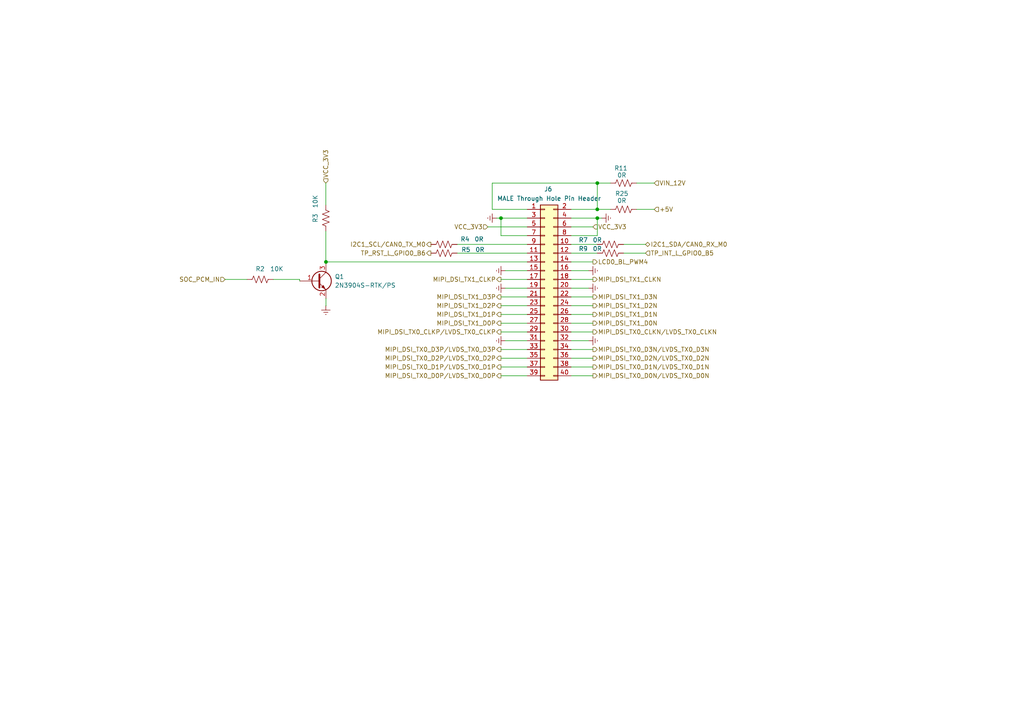
<source format=kicad_sch>
(kicad_sch (version 20231120) (generator "eeschema") (generator_version "7.99")
  (paper "A4")
  (lib_symbols
    (symbol "Connector_Generic:Conn_02x20_Odd_Even" (pin_names (offset 1.016) hide)
      (property "Reference" "J" (at 1.27 25.4 0))
      (property "Value" "Conn_02x20_Odd_Even" (at 1.27 -27.94 0))
      (symbol "Conn_02x20_Odd_Even_1_1"
        (rectangle (start -1.27 -25.273) (end 0 -25.527) (stroke (width 0.1524)))
        (rectangle (start -1.27 -22.733) (end 0 -22.987) (stroke (width 0.1524)))
        (rectangle (start -1.27 -20.193) (end 0 -20.447) (stroke (width 0.1524)))
        (rectangle (start -1.27 -17.653) (end 0 -17.907) (stroke (width 0.1524)))
        (rectangle (start -1.27 -15.113) (end 0 -15.367) (stroke (width 0.1524)))
        (rectangle (start -1.27 -12.573) (end 0 -12.827) (stroke (width 0.1524)))
        (rectangle (start -1.27 -10.033) (end 0 -10.287) (stroke (width 0.1524)))
        (rectangle (start -1.27 -7.493) (end 0 -7.747) (stroke (width 0.1524)))
        (rectangle (start -1.27 -4.953) (end 0 -5.207) (stroke (width 0.1524)))
        (rectangle (start -1.27 -2.413) (end 0 -2.667) (stroke (width 0.1524)))
        (rectangle (start -1.27 0.127) (end 0 -0.127) (stroke (width 0.1524)))
        (rectangle (start -1.27 2.667) (end 0 2.413) (stroke (width 0.1524)))
        (rectangle (start -1.27 5.207) (end 0 4.953) (stroke (width 0.1524)))
        (rectangle (start -1.27 7.747) (end 0 7.493) (stroke (width 0.1524)))
        (rectangle (start -1.27 10.287) (end 0 10.033) (stroke (width 0.1524)))
        (rectangle (start -1.27 12.827) (end 0 12.573) (stroke (width 0.1524)))
        (rectangle (start -1.27 15.367) (end 0 15.113) (stroke (width 0.1524)))
        (rectangle (start -1.27 17.907) (end 0 17.653) (stroke (width 0.1524)))
        (rectangle (start -1.27 20.447) (end 0 20.193) (stroke (width 0.1524)))
        (rectangle (start -1.27 22.987) (end 0 22.733) (stroke (width 0.1524)))
        (rectangle (start -1.27 24.13) (end 3.81 -26.67) (stroke (width 0.254)) (fill (type background)))
        (rectangle (start 3.81 -25.273) (end 2.54 -25.527) (stroke (width 0.1524)))
        (rectangle (start 3.81 -22.733) (end 2.54 -22.987) (stroke (width 0.1524)))
        (rectangle (start 3.81 -20.193) (end 2.54 -20.447) (stroke (width 0.1524)))
        (rectangle (start 3.81 -17.653) (end 2.54 -17.907) (stroke (width 0.1524)))
        (rectangle (start 3.81 -15.113) (end 2.54 -15.367) (stroke (width 0.1524)))
        (rectangle (start 3.81 -12.573) (end 2.54 -12.827) (stroke (width 0.1524)))
        (rectangle (start 3.81 -10.033) (end 2.54 -10.287) (stroke (width 0.1524)))
        (rectangle (start 3.81 -7.493) (end 2.54 -7.747) (stroke (width 0.1524)))
        (rectangle (start 3.81 -4.953) (end 2.54 -5.207) (stroke (width 0.1524)))
        (rectangle (start 3.81 -2.413) (end 2.54 -2.667) (stroke (width 0.1524)))
        (rectangle (start 3.81 0.127) (end 2.54 -0.127) (stroke (width 0.1524)))
        (rectangle (start 3.81 2.667) (end 2.54 2.413) (stroke (width 0.1524)))
        (rectangle (start 3.81 5.207) (end 2.54 4.953) (stroke (width 0.1524)))
        (rectangle (start 3.81 7.747) (end 2.54 7.493) (stroke (width 0.1524)))
        (rectangle (start 3.81 10.287) (end 2.54 10.033) (stroke (width 0.1524)))
        (rectangle (start 3.81 12.827) (end 2.54 12.573) (stroke (width 0.1524)))
        (rectangle (start 3.81 15.367) (end 2.54 15.113) (stroke (width 0.1524)))
        (rectangle (start 3.81 17.907) (end 2.54 17.653) (stroke (width 0.1524)))
        (rectangle (start 3.81 20.447) (end 2.54 20.193) (stroke (width 0.1524)))
        (rectangle (start 3.81 22.987) (end 2.54 22.733) (stroke (width 0.1524)))
        (pin passive line (at -5.08 22.86 0) (length 3.81) (name "Pin_1") (number "1"))
        (pin passive line (at 7.62 12.7 180) (length 3.81) (name "Pin_10") (number "10"))
        (pin passive line (at -5.08 10.16 0) (length 3.81) (name "Pin_11") (number "11"))
        (pin passive line (at 7.62 10.16 180) (length 3.81) (name "Pin_12") (number "12"))
        (pin passive line (at -5.08 7.62 0) (length 3.81) (name "Pin_13") (number "13"))
        (pin passive line (at 7.62 7.62 180) (length 3.81) (name "Pin_14") (number "14"))
        (pin passive line (at -5.08 5.08 0) (length 3.81) (name "Pin_15") (number "15"))
        (pin passive line (at 7.62 5.08 180) (length 3.81) (name "Pin_16") (number "16"))
        (pin passive line (at -5.08 2.54 0) (length 3.81) (name "Pin_17") (number "17"))
        (pin passive line (at 7.62 2.54 180) (length 3.81) (name "Pin_18") (number "18"))
        (pin passive line (at -5.08 0 0) (length 3.81) (name "Pin_19") (number "19"))
        (pin passive line (at 7.62 22.86 180) (length 3.81) (name "Pin_2") (number "2"))
        (pin passive line (at 7.62 0 180) (length 3.81) (name "Pin_20") (number "20"))
        (pin passive line (at -5.08 -2.54 0) (length 3.81) (name "Pin_21") (number "21"))
        (pin passive line (at 7.62 -2.54 180) (length 3.81) (name "Pin_22") (number "22"))
        (pin passive line (at -5.08 -5.08 0) (length 3.81) (name "Pin_23") (number "23"))
        (pin passive line (at 7.62 -5.08 180) (length 3.81) (name "Pin_24") (number "24"))
        (pin passive line (at -5.08 -7.62 0) (length 3.81) (name "Pin_25") (number "25"))
        (pin passive line (at 7.62 -7.62 180) (length 3.81) (name "Pin_26") (number "26"))
        (pin passive line (at -5.08 -10.16 0) (length 3.81) (name "Pin_27") (number "27"))
        (pin passive line (at 7.62 -10.16 180) (length 3.81) (name "Pin_28") (number "28"))
        (pin passive line (at -5.08 -12.7 0) (length 3.81) (name "Pin_29") (number "29"))
        (pin passive line (at -5.08 20.32 0) (length 3.81) (name "Pin_3") (number "3"))
        (pin passive line (at 7.62 -12.7 180) (length 3.81) (name "Pin_30") (number "30"))
        (pin passive line (at -5.08 -15.24 0) (length 3.81) (name "Pin_31") (number "31"))
        (pin passive line (at 7.62 -15.24 180) (length 3.81) (name "Pin_32") (number "32"))
        (pin passive line (at -5.08 -17.78 0) (length 3.81) (name "Pin_33") (number "33"))
        (pin passive line (at 7.62 -17.78 180) (length 3.81) (name "Pin_34") (number "34"))
        (pin passive line (at -5.08 -20.32 0) (length 3.81) (name "Pin_35") (number "35"))
        (pin passive line (at 7.62 -20.32 180) (length 3.81) (name "Pin_36") (number "36"))
        (pin passive line (at -5.08 -22.86 0) (length 3.81) (name "Pin_37") (number "37"))
        (pin passive line (at 7.62 -22.86 180) (length 3.81) (name "Pin_38") (number "38"))
        (pin passive line (at -5.08 -25.4 0) (length 3.81) (name "Pin_39") (number "39"))
        (pin passive line (at 7.62 20.32 180) (length 3.81) (name "Pin_4") (number "4"))
        (pin passive line (at 7.62 -25.4 180) (length 3.81) (name "Pin_40") (number "40"))
        (pin passive line (at -5.08 17.78 0) (length 3.81) (name "Pin_5") (number "5"))
        (pin passive line (at 7.62 17.78 180) (length 3.81) (name "Pin_6") (number "6"))
        (pin passive line (at -5.08 15.24 0) (length 3.81) (name "Pin_7") (number "7"))
        (pin passive line (at 7.62 15.24 180) (length 3.81) (name "Pin_8") (number "8"))
        (pin passive line (at -5.08 12.7 0) (length 3.81) (name "Pin_9") (number "9"))
      )
    )
    (symbol "Device:R_US" (pin_numbers hide) (pin_names (offset 0))
      (property "Reference" "R" (at 2.54 0 90))
      (property "Value" "R_US" (at -2.54 0 90))
      (symbol "R_US_0_1"
        (polyline (pts (xy 0 -2.286) (xy 0 -2.54)))
        (polyline (pts (xy 0 2.286) (xy 0 2.54)))
        (polyline (pts (xy 0 -0.762) (xy 1.016 -1.143) (xy 0 -1.524) (xy -1.016 -1.905) (xy 0 -2.286)))
        (polyline (pts (xy 0 0.762) (xy 1.016 0.381) (xy 0 0) (xy -1.016 -0.381) (xy 0 -0.762)))
        (polyline (pts (xy 0 2.286) (xy 1.016 1.905) (xy 0 1.524) (xy -1.016 1.143) (xy 0 0.762)))
      )
      (symbol "R_US_1_1"
        (pin passive line (at 0 3.81 270) (length 1.27) (name "~") (number "1"))
        (pin passive line (at 0 -3.81 90) (length 1.27) (name "~") (number "2"))
      )
    )
    (symbol "Transistor_BJT:2N3055" (pin_names (offset 0) hide)
      (property "Reference" "Q" (at 5.08 1.905 0))
      (property "Value" "2N3055" (at 5.08 0 0))
      (symbol "2N3055_0_1"
        (polyline (pts (xy 0.635 0.635) (xy 2.54 2.54)))
        (polyline (pts (xy 0.635 -0.635) (xy 2.54 -2.54) (xy 2.54 -2.54)))
        (polyline (pts (xy 0.635 1.905) (xy 0.635 -1.905) (xy 0.635 -1.905)) (stroke (width 0.508)))
        (polyline (pts (xy 1.27 -1.778) (xy 1.778 -1.27) (xy 2.286 -2.286) (xy 1.27 -1.778) (xy 1.27 -1.778)) (fill (type outline)))
        (circle (center 1.27 0) (radius 2.8194) (stroke (width 0.254)))
      )
      (symbol "2N3055_1_1"
        (pin input line (at -5.08 0 0) (length 5.715) (name "B") (number "1"))
        (pin passive line (at 2.54 -5.08 90) (length 2.54) (name "E") (number "2"))
        (pin passive line (at 2.54 5.08 270) (length 2.54) (name "C") (number "3"))
      )
    )
    (symbol "power:Earth" (power) (pin_names (offset 0))
      (symbol "Earth_0_1"
        (polyline (pts (xy -0.635 -1.905) (xy 0.635 -1.905)))
        (polyline (pts (xy -0.127 -2.54) (xy 0.127 -2.54)))
        (polyline (pts (xy 0 -1.27) (xy 0 0)))
        (polyline (pts (xy 1.27 -1.27) (xy -1.27 -1.27)))
      )
      (symbol "Earth_1_1"
        (pin power_in line (at 0 0 270) (length 0) hide (name "Earth") (number "1"))
      )
    )
  )
  (junction (at 173.2431 53.1064))
  (junction (at 173.2431 63.2664))
  (junction (at 94.5433 75.9664))
  (junction (at 173.2431 60.7264))
  (junction (at 145.3031 63.2664))
  (wire (pts (xy 165.6231 83.5864) (xy 170.7031 83.5864)))
  (wire (pts (xy 132.6031 73.4264) (xy 152.9231 73.4264)))
  (wire (pts (xy 146.5731 98.8264) (xy 152.9231 98.8264)))
  (wire (pts (xy 165.6231 96.2864) (xy 171.9731 96.2864)))
  (wire (pts (xy 165.6231 78.5064) (xy 170.7031 78.5064)))
  (wire (pts (xy 165.6231 63.2664) (xy 173.2431 63.2664)))
  (wire (pts (xy 145.3031 88.6664) (xy 152.9231 88.6664)))
  (wire (pts (xy 189.7531 60.7264) (xy 184.6731 60.7264)))
  (wire (pts (xy 94.5433 88.6664) (xy 94.5031 88.6664)))
  (wire (pts (xy 145.3031 63.2664) (xy 152.9231 63.2664)))
  (wire (pts (xy 165.6231 98.8264) (xy 170.7031 98.8264)))
  (wire (pts (xy 145.3031 68.3464) (xy 145.3031 63.2664)))
  (wire (pts (xy 165.6231 75.9664) (xy 171.9731 75.9664)))
  (wire (pts (xy 165.6231 106.4464) (xy 171.9731 106.4464)))
  (wire (pts (xy 94.5433 76.4237) (xy 94.5433 75.9664)))
  (wire (pts (xy 142.7631 53.1064) (xy 173.2431 53.1064)))
  (wire (pts (xy 173.2431 53.1064) (xy 177.0531 53.1064)))
  (wire (pts (xy 145.3031 81.0464) (xy 152.9231 81.0464)))
  (wire (pts (xy 145.3031 91.2064) (xy 152.9231 91.2064)))
  (wire (pts (xy 180.8631 70.8864) (xy 187.2131 70.8864)))
  (wire (pts (xy 145.3031 96.2864) (xy 152.9231 96.2864)))
  (wire (pts (xy 173.2431 68.3464) (xy 173.2431 63.2664)))
  (wire (pts (xy 141.4931 65.8064) (xy 152.9231 65.8064)))
  (wire (pts (xy 65.2931 81.0464) (xy 71.6431 81.0464)))
  (wire (pts (xy 94.5433 75.9664) (xy 152.9231 75.9664)))
  (wire (pts (xy 145.3031 93.7464) (xy 152.9231 93.7464)))
  (wire (pts (xy 173.2431 60.7264) (xy 165.6231 60.7264)))
  (wire (pts (xy 145.3031 103.9064) (xy 152.9231 103.9064)))
  (wire (pts (xy 152.9231 68.3464) (xy 145.3031 68.3464)))
  (wire (pts (xy 144.0331 63.2664) (xy 145.3031 63.2664)))
  (wire (pts (xy 173.2431 60.7264) (xy 177.0531 60.7264)))
  (wire (pts (xy 165.6231 68.3464) (xy 173.2431 68.3464)))
  (wire (pts (xy 145.3031 106.4464) (xy 152.9231 106.4464)))
  (wire (pts (xy 142.7631 60.7264) (xy 142.7631 53.1064)))
  (wire (pts (xy 165.6231 70.8864) (xy 173.2431 70.8864)))
  (wire (pts (xy 165.6231 93.7464) (xy 171.9731 93.7464)))
  (wire (pts (xy 132.6031 70.8864) (xy 152.9231 70.8864)))
  (wire (pts (xy 94.5433 86.5837) (xy 94.5433 88.6664)))
  (wire (pts (xy 165.6231 91.2064) (xy 171.9731 91.2064)))
  (wire (pts (xy 165.6231 101.3664) (xy 171.9731 101.3664)))
  (wire (pts (xy 165.6231 108.9864) (xy 171.9731 108.9864)))
  (wire (pts (xy 146.5731 78.5064) (xy 152.9231 78.5064)))
  (wire (pts (xy 165.6231 88.6664) (xy 171.9731 88.6664)))
  (wire (pts (xy 180.8631 73.4264) (xy 187.2131 73.4264)))
  (wire (pts (xy 86.9233 81.0464) (xy 86.9233 81.5037)))
  (wire (pts (xy 165.6231 73.4264) (xy 173.2431 73.4264)))
  (wire (pts (xy 94.5031 75.9664) (xy 94.5031 67.0764)))
  (wire (pts (xy 145.3031 101.3664) (xy 152.9231 101.3664)))
  (wire (pts (xy 145.3031 86.1264) (xy 152.9231 86.1264)))
  (wire (pts (xy 165.6231 86.1264) (xy 171.9731 86.1264)))
  (wire (pts (xy 79.2631 81.0464) (xy 86.9233 81.0464)))
  (wire (pts (xy 165.6231 65.8064) (xy 171.9731 65.8064)))
  (wire (pts (xy 189.7531 53.1064) (xy 184.6731 53.1064)))
  (wire (pts (xy 145.3031 108.9864) (xy 152.9231 108.9864)))
  (wire (pts (xy 152.9231 60.7264) (xy 142.7631 60.7264)))
  (wire (pts (xy 173.2431 53.1064) (xy 173.2431 60.7264)))
  (wire (pts (xy 165.6231 81.0464) (xy 171.9731 81.0464)))
  (wire (pts (xy 173.2431 63.2664) (xy 174.5131 63.2664)))
  (wire (pts (xy 94.5031 53.1064) (xy 94.5031 59.4564)))
  (wire (pts (xy 146.5731 83.5864) (xy 152.9231 83.5864)))
  (wire (pts (xy 165.6231 103.9064) (xy 171.9731 103.9064)))
  (wire (pts (xy 94.5031 75.9664) (xy 94.5433 75.9664)))
  (hierarchical_label "MIPI_DSI_TX0_D1N{slash}LVDS_TX0_D1N" (shape output) (at 171.9731 106.4464 0))
  (hierarchical_label "MIPI_DSI_TX0_D3N{slash}LVDS_TX0_D3N" (shape output) (at 171.9731 101.3664 0))
  (hierarchical_label "MIPI_DSI_TX1_CLKN" (shape output) (at 171.9731 81.0464 0))
  (hierarchical_label "TP_INT_L_GPIO0_B5" (shape input) (at 187.2131 73.4264 0))
  (hierarchical_label "MIPI_DSI_TX1_D2N" (shape output) (at 171.9731 88.6664 0))
  (hierarchical_label "MIPI_DSI_TX1_D1P" (shape output) (at 145.3031 91.2064 180))
  (hierarchical_label "MIPI_DSI_TX0_D0N{slash}LVDS_TX0_D0N" (shape output) (at 171.9731 108.9864 0))
  (hierarchical_label "MIPI_DSI_TX0_D3P{slash}LVDS_TX0_D3P" (shape output) (at 145.3031 101.3664 180))
  (hierarchical_label "TP_RST_L_GPIO0_B6" (shape output) (at 124.9831 73.4264 180))
  (hierarchical_label "VCC_3V3" (shape input) (at 141.4931 65.8064 180))
  (hierarchical_label "MIPI_DSI_TX1_D1N" (shape output) (at 171.9731 91.2064 0))
  (hierarchical_label "SOC_PCM_IN" (shape input) (at 65.2931 81.0464 180))
  (hierarchical_label "MIPI_DSI_TX0_D2P{slash}LVDS_TX0_D2P" (shape output) (at 145.3031 103.9064 180))
  (hierarchical_label "LCD0_BL_PWM4" (shape output) (at 171.9731 75.9664 0))
  (hierarchical_label "MIPI_DSI_TX1_D0N" (shape output) (at 171.9731 93.7464 0))
  (hierarchical_label "MIPI_DSI_TX1_D2P" (shape output) (at 145.3031 88.6664 180))
  (hierarchical_label "MIPI_DSI_TX0_CLKN{slash}LVDS_TX0_CLKN" (shape output) (at 171.9731 96.2864 0))
  (hierarchical_label "MIPI_DSI_TX0_D2N{slash}LVDS_TX0_D2N" (shape output) (at 171.9731 103.9064 0))
  (hierarchical_label "VCC_3V3" (shape input) (at 171.9731 65.8064 0))
  (hierarchical_label "I2C1_SDA{slash}CAN0_RX_M0" (shape bidirectional) (at 187.2131 70.8864 0))
  (hierarchical_label "MIPI_DSI_TX1_D3P" (shape output) (at 145.3031 86.1264 180))
  (hierarchical_label "MIPI_DSI_TX1_D3N" (shape output) (at 171.9731 86.1264 0))
  (hierarchical_label "MIPI_DSI_TX1_CLKP" (shape output) (at 145.3031 81.0464 180))
  (hierarchical_label "+5V" (shape input) (at 189.7531 60.7264 0))
  (hierarchical_label "I2C1_SCL{slash}CAN0_TX_M0" (shape output) (at 124.9831 70.8864 180))
  (hierarchical_label "MIPI_DSI_TX0_CLKP{slash}LVDS_TX0_CLKP" (shape output) (at 145.3031 96.2864 180))
  (hierarchical_label "MIPI_DSI_TX1_D0P" (shape output) (at 145.3031 93.7464 180))
  (hierarchical_label "MIPI_DSI_TX0_D1P{slash}LVDS_TX0_D1P" (shape output) (at 145.3031 106.4464 180))
  (hierarchical_label "VCC_3V3" (shape input) (at 94.5031 53.1064 90))
  (hierarchical_label "VIN_12V" (shape input) (at 189.7531 53.1064 0))
  (hierarchical_label "MIPI_DSI_TX0_D0P{slash}LVDS_TX0_D0P" (shape output) (at 145.3031 108.9864 180))
  (symbol (lib_id "power:Earth") (at 170.7031 83.5864 90) (unit 1)
    (property "Reference" "#PWR062" (effects (hide yes)))
    (property "Value" "Earth" (effects (hide yes)))
    (property "Description" "Power symbol creates a global label with name \"Earth\"" (effects (hide yes)))
  )
  (symbol (lib_id "power:Earth") (at 144.0331 63.2664 270) (unit 1)
    (property "Reference" "#PWR057" (effects (hide yes)))
    (property "Value" "Earth" (effects (hide yes)))
    (property "Description" "Power symbol creates a global label with name \"Earth\"" (effects (hide yes)))
  )
  (symbol (lib_id "power:Earth") (at 146.5731 98.8264 270) (unit 1)
    (property "Reference" "#PWR060" (effects (hide yes)))
    (property "Value" "Earth" (effects (hide yes)))
    (property "Description" "Power symbol creates a global label with name \"Earth\"" (effects (hide yes)))
  )
  (symbol (lib_id "power:Earth") (at 170.7031 78.5064 90) (unit 1)
    (property "Reference" "#PWR061" (effects (hide yes)))
    (property "Value" "Earth" (effects (hide yes)))
    (property "Description" "Power symbol creates a global label with name \"Earth\"" (effects (hide yes)))
  )
  (symbol (lib_id "Transistor_BJT:2N3055") (at 92.0033 81.5037 0) (unit 1)
    (property "Reference" "Q1" (at 97.0833 80.2336 0) (effects (justify left)))
    (property "Value" "2N3904S-RTK/PS" (at 97.0833 82.7736 0) (effects (justify left)))
    (property "Footprint" "Pro V3:2N3904S-RTKPS" (effects (hide yes)))
    (property "Datasheet" "https://datasheet.lcsc.com/lcsc/2304140030_KEC-Semicon-2N3904S-RTK-PS_C18536.pdf" (effects (hide yes)))
    (property "Description" "40V 350mW 100@10mA,1V 200mA NPN SOT-23 Bipolar Transistors - BJT ROHS" (effects (hide yes)))
  )
  (symbol (lib_id "Device:R_US") (at 94.5031 63.2664 180) (unit 1)
    (property "Reference" "R3" (at 91.4551 63.2664 90))
    (property "Value" "10K" (at 91.4551 58.4404 90))
    (property "Footprint" "Resistor_SMD:R_0603_1608Metric" (effects (hide yes)))
    (property "Description" "Resistor, US symbol" (effects (hide yes)))
  )
  (symbol (lib_id "Connector_Generic:Conn_02x20_Odd_Even") (at 158.0031 83.5864 0) (unit 1)
    (property "Reference" "J6" (at 159.004 54.864 0))
    (property "Value" "MALE Through Hole Pin Header" (at 159.2731 57.5713 0))
    (property "Footprint" "Connector_PinHeader_1.27mm:PinHeader_2x20_P1.27mm_Vertical" (effects (hide yes)))
    (property "Description" "Generic connector, double row, 02x20, odd/even pin numbering scheme (row 1 odd numbers, row 2 even numbers), script generated (kicad-library-utils/schlib/autogen/connector/)" (effects (hide yes)))
  )
  (symbol (lib_id "power:Earth") (at 170.7031 98.8264 90) (unit 1)
    (property "Reference" "#PWR063" (effects (hide yes)))
    (property "Value" "Earth" (effects (hide yes)))
    (property "Description" "Power symbol creates a global label with name \"Earth\"" (effects (hide yes)))
  )
  (symbol (lib_id "Device:R_US") (at 128.7931 70.8864 90) (unit 1)
    (property "Reference" "R4" (at 134.8891 69.3624 90))
    (property "Value" "0R" (at 138.9531 69.3624 90))
    (property "Footprint" "Resistor_SMD:R_0603_1608Metric" (effects (hide yes)))
    (property "Description" "Resistor, US symbol" (effects (hide yes)))
  )
  (symbol (lib_id "power:Earth") (at 174.5131 63.2664 90) (unit 1)
    (property "Reference" "#PWR064" (effects (hide yes)))
    (property "Value" "Earth" (effects (hide yes)))
    (property "Description" "Power symbol creates a global label with name \"Earth\"" (effects (hide yes)))
  )
  (symbol (lib_id "power:Earth") (at 146.5731 78.5064 270) (unit 1)
    (property "Reference" "#PWR058" (effects (hide yes)))
    (property "Value" "Earth" (effects (hide yes)))
    (property "Description" "Power symbol creates a global label with name \"Earth\"" (effects (hide yes)))
  )
  (symbol (lib_id "Device:R_US") (at 177.0531 70.8864 90) (unit 1)
    (property "Reference" "R7" (at 169.1791 69.6164 90))
    (property "Value" "0R" (at 173.2431 69.6164 90))
    (property "Footprint" "Resistor_SMD:R_0603_1608Metric" (effects (hide yes)))
    (property "Description" "Resistor, US symbol" (effects (hide yes)))
  )
  (symbol (lib_id "Device:R_US") (at 180.8631 53.1064 90) (unit 1)
    (property "Reference" "R11" (at 180.1011 48.7884 90))
    (property "Value" "0R" (at 180.3551 50.8204 90))
    (property "Footprint" "Resistor_SMD:R_0603_1608Metric" (effects (hide yes)))
    (property "Description" "Resistor, US symbol" (effects (hide yes)))
  )
  (symbol (lib_id "power:Earth") (at 94.5031 88.6664 0) (unit 1)
    (property "Reference" "#PWR056" (effects (hide yes)))
    (property "Value" "Earth" (effects (hide yes)))
    (property "Description" "Power symbol creates a global label with name \"Earth\"" (effects (hide yes)))
  )
  (symbol (lib_id "Device:R_US") (at 128.7931 73.4264 90) (unit 1)
    (property "Reference" "R5" (at 135.1431 72.4104 90))
    (property "Value" "0R" (at 139.2071 72.4104 90))
    (property "Footprint" "Resistor_SMD:R_0603_1608Metric" (effects (hide yes)))
    (property "Description" "Resistor, US symbol" (effects (hide yes)))
  )
  (symbol (lib_id "power:Earth") (at 146.5731 83.5864 270) (unit 1)
    (property "Reference" "#PWR059" (effects (hide yes)))
    (property "Value" "Earth" (effects (hide yes)))
    (property "Description" "Power symbol creates a global label with name \"Earth\"" (effects (hide yes)))
  )
  (symbol (lib_id "Device:R_US") (at 75.4531 81.0464 90) (unit 1)
    (property "Reference" "R2" (at 75.4531 77.9984 90))
    (property "Value" "10K" (at 80.2791 77.9984 90))
    (property "Footprint" "Resistor_SMD:R_0603_1608Metric" (effects (hide yes)))
    (property "Description" "Resistor, US symbol" (effects (hide yes)))
  )
  (symbol (lib_id "Device:R_US") (at 180.8631 60.7264 90) (unit 1)
    (property "Reference" "R25" (at 180.3551 56.1544 90))
    (property "Value" "0R" (at 180.3551 58.1864 90))
    (property "Footprint" "Resistor_SMD:R_0603_1608Metric" (effects (hide yes)))
    (property "Description" "Resistor, US symbol" (effects (hide yes)))
  )
  (symbol (lib_id "Device:R_US") (at 177.0531 73.4264 90) (unit 1)
    (property "Reference" "R9" (at 169.1791 72.1564 90))
    (property "Value" "0R" (at 173.2431 72.1564 90))
    (property "Footprint" "Resistor_SMD:R_0603_1608Metric" (effects (hide yes)))
    (property "Description" "Resistor, US symbol" (effects (hide yes)))
  )
)
</source>
